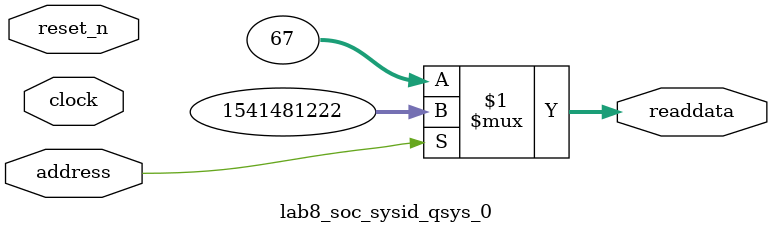
<source format=v>



// synthesis translate_off
`timescale 1ns / 1ps
// synthesis translate_on

// turn off superfluous verilog processor warnings 
// altera message_level Level1 
// altera message_off 10034 10035 10036 10037 10230 10240 10030 

module lab8_soc_sysid_qsys_0 (
               // inputs:
                address,
                clock,
                reset_n,

               // outputs:
                readdata
             )
;

  output  [ 31: 0] readdata;
  input            address;
  input            clock;
  input            reset_n;

  wire    [ 31: 0] readdata;
  //control_slave, which is an e_avalon_slave
  assign readdata = address ? 1541481222 : 67;

endmodule



</source>
